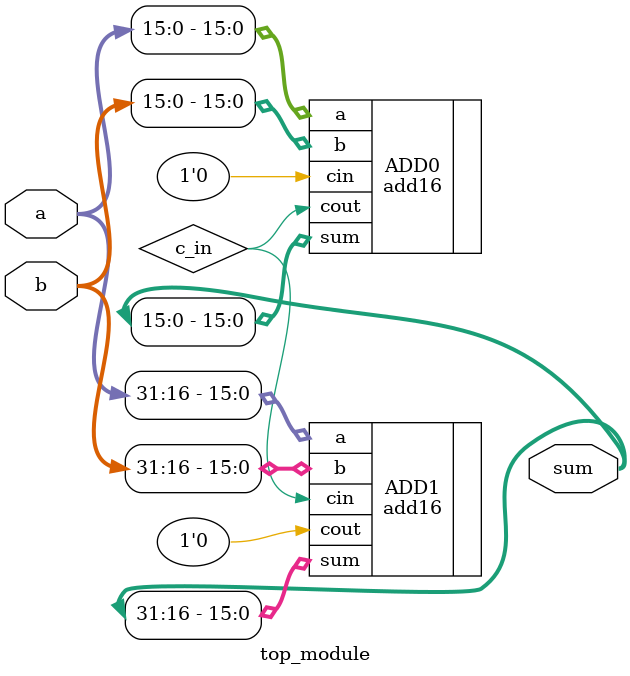
<source format=v>
module top_module(
    input [31:0] a,
    input [31:0] b,
    output [31:0] sum
);
    
    wire c_in;
    
    add16 ADD0 (.a(a[15:0]), .b(b[15:0]), .sum(sum[15:0]), .cin(1'b0), .cout(c_in));
    add16 ADD1 (.a(a[31:16]), .b(b[31:16]), .sum(sum[31:16]), .cin(c_in), .cout(1'b0));
endmodule

</source>
